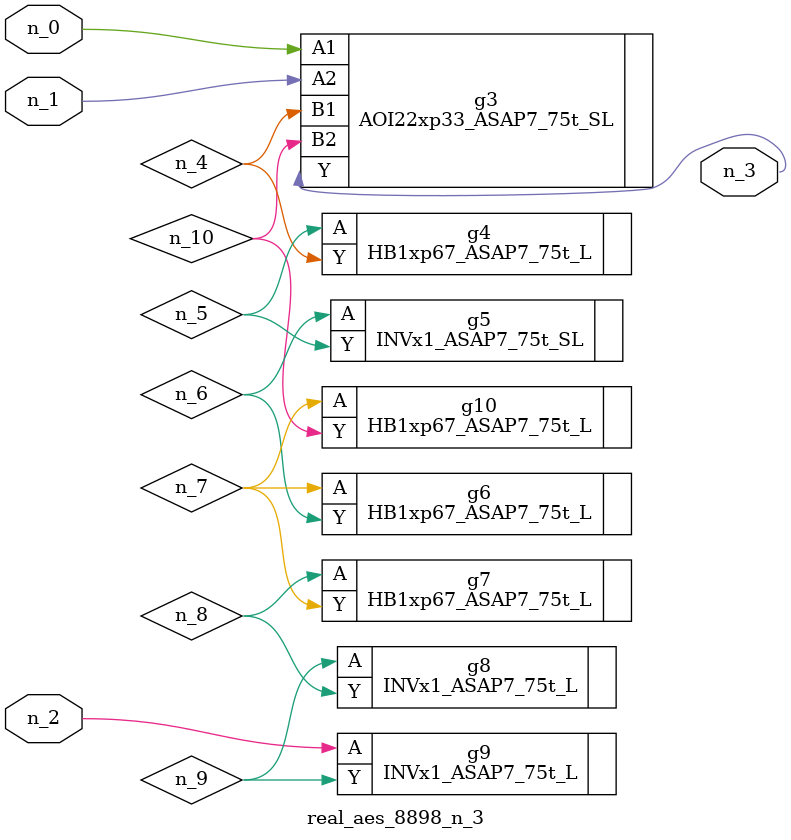
<source format=v>
module real_aes_8898_n_3 (n_0, n_2, n_1, n_3);
input n_0;
input n_2;
input n_1;
output n_3;
wire n_4;
wire n_5;
wire n_7;
wire n_8;
wire n_6;
wire n_9;
wire n_10;
AOI22xp33_ASAP7_75t_SL g3 ( .A1(n_0), .A2(n_1), .B1(n_4), .B2(n_10), .Y(n_3) );
INVx1_ASAP7_75t_L g9 ( .A(n_2), .Y(n_9) );
HB1xp67_ASAP7_75t_L g4 ( .A(n_5), .Y(n_4) );
INVx1_ASAP7_75t_SL g5 ( .A(n_6), .Y(n_5) );
HB1xp67_ASAP7_75t_L g6 ( .A(n_7), .Y(n_6) );
HB1xp67_ASAP7_75t_L g10 ( .A(n_7), .Y(n_10) );
HB1xp67_ASAP7_75t_L g7 ( .A(n_8), .Y(n_7) );
INVx1_ASAP7_75t_L g8 ( .A(n_9), .Y(n_8) );
endmodule
</source>
